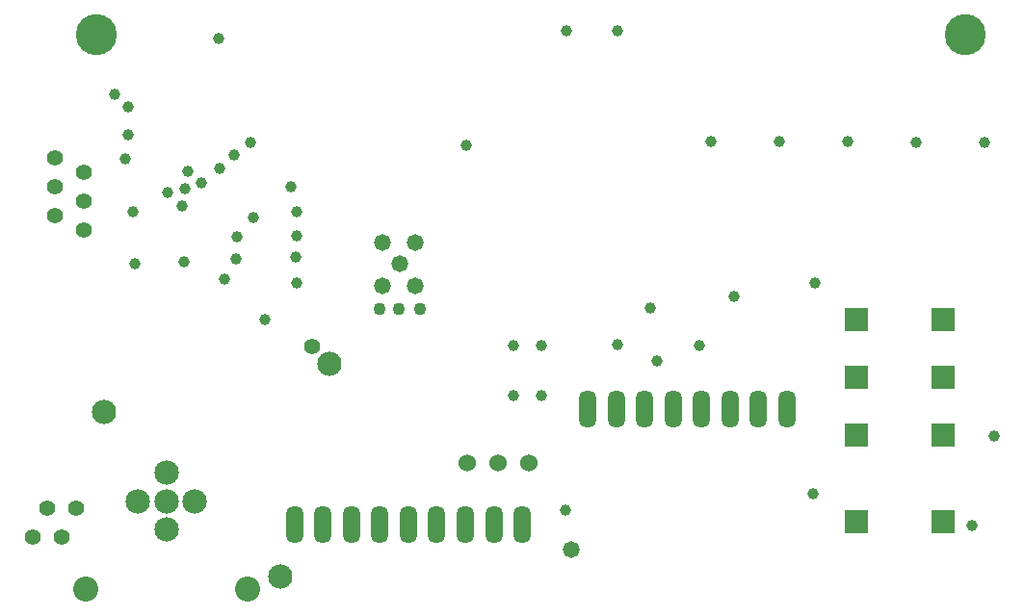
<source format=gbs>
G04*
G04 #@! TF.GenerationSoftware,Altium Limited,Altium Designer,19.0.10 (269)*
G04*
G04 Layer_Color=16711935*
%FSLAX25Y25*%
%MOIN*%
G70*
G01*
G75*
%ADD55C,0.05600*%
%ADD56C,0.04343*%
%ADD57R,0.08159X0.08159*%
%ADD58R,0.08159X0.08159*%
%ADD59C,0.08674*%
%ADD60C,0.08477*%
%ADD61O,0.05997X0.13084*%
%ADD62C,0.03950*%
%ADD63C,0.05524*%
%ADD64C,0.05800*%
%ADD65C,0.05997*%
%ADD66C,0.14186*%
%ADD67C,0.08398*%
%ADD68C,0.04343*%
D55*
X110079Y124016D02*
D03*
X115079Y134016D02*
D03*
X120079Y124016D02*
D03*
X125079Y134016D02*
D03*
X117953Y255157D02*
D03*
X127953Y250157D02*
D03*
X117953Y245158D02*
D03*
X127953Y240158D02*
D03*
X117953Y235157D02*
D03*
X127953Y230157D02*
D03*
D56*
X425197Y159331D02*
D03*
Y179331D02*
D03*
Y199331D02*
D03*
D57*
D03*
Y179331D02*
D03*
Y159331D02*
D03*
Y129331D02*
D03*
X395197Y199331D02*
D03*
Y179331D02*
D03*
Y159331D02*
D03*
D58*
Y129331D02*
D03*
D59*
X128398Y106000D02*
D03*
X184500D02*
D03*
D60*
X146606Y136315D02*
D03*
X156449Y126472D02*
D03*
X166292Y136315D02*
D03*
X156449Y146158D02*
D03*
Y136315D02*
D03*
D61*
X371063Y168110D02*
D03*
X361221D02*
D03*
X351378D02*
D03*
X321850D02*
D03*
X331693D02*
D03*
X341535D02*
D03*
X312008D02*
D03*
X302165D02*
D03*
X200787Y128347D02*
D03*
X210630D02*
D03*
X220472D02*
D03*
X250000D02*
D03*
X240158D02*
D03*
X230315D02*
D03*
X259842D02*
D03*
X269685D02*
D03*
X279528D02*
D03*
D62*
X326181Y184843D02*
D03*
X260039Y259646D02*
D03*
X392126Y261024D02*
D03*
X415748Y260433D02*
D03*
X435236Y127756D02*
D03*
X276378Y173031D02*
D03*
X286221D02*
D03*
Y190354D02*
D03*
X276378D02*
D03*
X294488Y133268D02*
D03*
X162618Y219094D02*
D03*
X144882Y236568D02*
D03*
X162795Y244488D02*
D03*
X174606Y296654D02*
D03*
X142126Y254921D02*
D03*
X190551Y199213D02*
D03*
X340748Y190354D02*
D03*
X312402Y190551D02*
D03*
X176378Y213117D02*
D03*
X180512Y220079D02*
D03*
X180905Y227953D02*
D03*
X138386Y277165D02*
D03*
X145472Y218504D02*
D03*
X380118Y138976D02*
D03*
X439370Y260433D02*
D03*
X368504Y261024D02*
D03*
X344882D02*
D03*
X312598Y299213D02*
D03*
X294685D02*
D03*
X186417Y234646D02*
D03*
X168504Y246654D02*
D03*
X163779Y250507D02*
D03*
X156693Y243269D02*
D03*
X161950Y238439D02*
D03*
X201378Y212008D02*
D03*
X143307Y272835D02*
D03*
X380906Y211811D02*
D03*
X143307Y263386D02*
D03*
X352953Y207087D02*
D03*
X323819Y203346D02*
D03*
X201186Y220866D02*
D03*
X201378Y228150D02*
D03*
Y236614D02*
D03*
X199409Y245158D02*
D03*
X179921Y256102D02*
D03*
X442717Y159055D02*
D03*
X175000Y251575D02*
D03*
X185388Y260433D02*
D03*
D63*
X206693Y189961D02*
D03*
D64*
X231299Y211024D02*
D03*
X237008Y218504D02*
D03*
X242520Y211024D02*
D03*
Y225787D02*
D03*
X231299D02*
D03*
X296457Y119488D02*
D03*
D65*
X281693Y149606D02*
D03*
X271260D02*
D03*
X260630D02*
D03*
D66*
X432874Y297835D02*
D03*
X132283D02*
D03*
D67*
X134843Y167126D02*
D03*
X212795Y184055D02*
D03*
X195866Y110236D02*
D03*
D68*
X244094Y202953D02*
D03*
X236771D02*
D03*
X230118D02*
D03*
M02*

</source>
